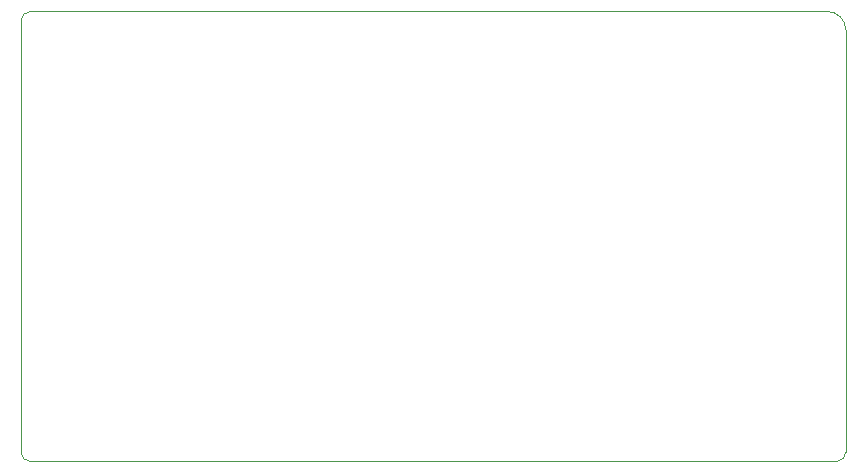
<source format=gm1>
G04 #@! TF.GenerationSoftware,KiCad,Pcbnew,(5.1.4)-1*
G04 #@! TF.CreationDate,2020-09-25T18:06:27-04:00*
G04 #@! TF.ProjectId,2x2 micro pad,32783220-6d69-4637-926f-207061642e6b,rev?*
G04 #@! TF.SameCoordinates,Original*
G04 #@! TF.FileFunction,Profile,NP*
%FSLAX46Y46*%
G04 Gerber Fmt 4.6, Leading zero omitted, Abs format (unit mm)*
G04 Created by KiCad (PCBNEW (5.1.4)-1) date 2020-09-25 18:06:27*
%MOMM*%
%LPD*%
G04 APERTURE LIST*
%ADD10C,0.050000*%
G04 APERTURE END LIST*
D10*
X166687500Y-92868750D02*
X166687500Y-56356250D01*
X235743750Y-93662500D02*
X167481250Y-93662500D01*
X236537500Y-57150000D02*
X236537500Y-92868750D01*
X167481250Y-55562500D02*
X234950000Y-55562500D01*
X166687500Y-56356250D02*
G75*
G02X167481250Y-55562500I793750J0D01*
G01*
X167481250Y-93662500D02*
G75*
G02X166687500Y-92868750I0J793750D01*
G01*
X236537500Y-92868750D02*
G75*
G02X235743750Y-93662500I-793750J0D01*
G01*
X234950000Y-55562500D02*
G75*
G02X236537500Y-57150000I0J-1587500D01*
G01*
M02*

</source>
